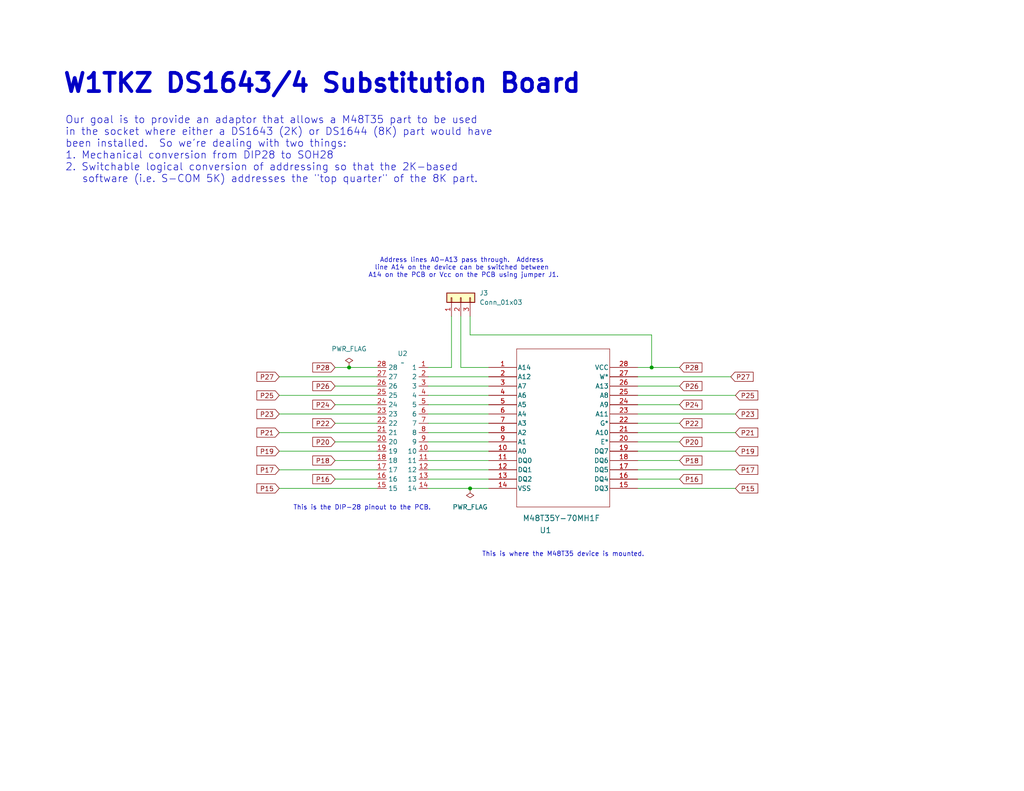
<source format=kicad_sch>
(kicad_sch
	(version 20231120)
	(generator "eeschema")
	(generator_version "8.0")
	(uuid "ef5c9909-f77f-4dda-a7c3-0da817239436")
	(paper "USLetter")
	(title_block
		(title "DS1643/4 to M48T35 Adaptor Board")
		(date "2024-04-13")
		(rev "1")
		(company "Wellesley Amateur Radio Society W1TKZ")
		(comment 1 "Copyright (c) 2024 - NOT FOR COMMERCIAL USE")
		(comment 2 "Contact Bruce MacKinnon KC1FSZ and Dan Brown W1DAN")
	)
	(lib_symbols
		(symbol "Connector_Generic:Conn_01x03"
			(pin_names
				(offset 1.016) hide)
			(exclude_from_sim no)
			(in_bom yes)
			(on_board yes)
			(property "Reference" "J"
				(at 0 5.08 0)
				(effects
					(font
						(size 1.27 1.27)
					)
				)
			)
			(property "Value" "Conn_01x03"
				(at 0 -5.08 0)
				(effects
					(font
						(size 1.27 1.27)
					)
				)
			)
			(property "Footprint" ""
				(at 0 0 0)
				(effects
					(font
						(size 1.27 1.27)
					)
					(hide yes)
				)
			)
			(property "Datasheet" "~"
				(at 0 0 0)
				(effects
					(font
						(size 1.27 1.27)
					)
					(hide yes)
				)
			)
			(property "Description" "Generic connector, single row, 01x03, script generated (kicad-library-utils/schlib/autogen/connector/)"
				(at 0 0 0)
				(effects
					(font
						(size 1.27 1.27)
					)
					(hide yes)
				)
			)
			(property "ki_keywords" "connector"
				(at 0 0 0)
				(effects
					(font
						(size 1.27 1.27)
					)
					(hide yes)
				)
			)
			(property "ki_fp_filters" "Connector*:*_1x??_*"
				(at 0 0 0)
				(effects
					(font
						(size 1.27 1.27)
					)
					(hide yes)
				)
			)
			(symbol "Conn_01x03_1_1"
				(rectangle
					(start -1.27 -2.413)
					(end 0 -2.667)
					(stroke
						(width 0.1524)
						(type default)
					)
					(fill
						(type none)
					)
				)
				(rectangle
					(start -1.27 0.127)
					(end 0 -0.127)
					(stroke
						(width 0.1524)
						(type default)
					)
					(fill
						(type none)
					)
				)
				(rectangle
					(start -1.27 2.667)
					(end 0 2.413)
					(stroke
						(width 0.1524)
						(type default)
					)
					(fill
						(type none)
					)
				)
				(rectangle
					(start -1.27 3.81)
					(end 1.27 -3.81)
					(stroke
						(width 0.254)
						(type default)
					)
					(fill
						(type background)
					)
				)
				(pin passive line
					(at -5.08 2.54 0)
					(length 3.81)
					(name "Pin_1"
						(effects
							(font
								(size 1.27 1.27)
							)
						)
					)
					(number "1"
						(effects
							(font
								(size 1.27 1.27)
							)
						)
					)
				)
				(pin passive line
					(at -5.08 0 0)
					(length 3.81)
					(name "Pin_2"
						(effects
							(font
								(size 1.27 1.27)
							)
						)
					)
					(number "2"
						(effects
							(font
								(size 1.27 1.27)
							)
						)
					)
				)
				(pin passive line
					(at -5.08 -2.54 0)
					(length 3.81)
					(name "Pin_3"
						(effects
							(font
								(size 1.27 1.27)
							)
						)
					)
					(number "3"
						(effects
							(font
								(size 1.27 1.27)
							)
						)
					)
				)
			)
		)
		(symbol "power:PWR_FLAG"
			(power)
			(pin_numbers hide)
			(pin_names
				(offset 0) hide)
			(exclude_from_sim no)
			(in_bom yes)
			(on_board yes)
			(property "Reference" "#FLG"
				(at 0 1.905 0)
				(effects
					(font
						(size 1.27 1.27)
					)
					(hide yes)
				)
			)
			(property "Value" "PWR_FLAG"
				(at 0 3.81 0)
				(effects
					(font
						(size 1.27 1.27)
					)
				)
			)
			(property "Footprint" ""
				(at 0 0 0)
				(effects
					(font
						(size 1.27 1.27)
					)
					(hide yes)
				)
			)
			(property "Datasheet" "~"
				(at 0 0 0)
				(effects
					(font
						(size 1.27 1.27)
					)
					(hide yes)
				)
			)
			(property "Description" "Special symbol for telling ERC where power comes from"
				(at 0 0 0)
				(effects
					(font
						(size 1.27 1.27)
					)
					(hide yes)
				)
			)
			(property "ki_keywords" "flag power"
				(at 0 0 0)
				(effects
					(font
						(size 1.27 1.27)
					)
					(hide yes)
				)
			)
			(symbol "PWR_FLAG_0_0"
				(pin power_out line
					(at 0 0 90)
					(length 0)
					(name "~"
						(effects
							(font
								(size 1.27 1.27)
							)
						)
					)
					(number "1"
						(effects
							(font
								(size 1.27 1.27)
							)
						)
					)
				)
			)
			(symbol "PWR_FLAG_0_1"
				(polyline
					(pts
						(xy 0 0) (xy 0 1.27) (xy -1.016 1.905) (xy 0 2.54) (xy 1.016 1.905) (xy 0 1.27)
					)
					(stroke
						(width 0)
						(type default)
					)
					(fill
						(type none)
					)
				)
			)
		)
		(symbol "symbol-library-1:DIP28-SMD-1"
			(exclude_from_sim no)
			(in_bom yes)
			(on_board yes)
			(property "Reference" "U"
				(at 0 0 0)
				(effects
					(font
						(size 1.27 1.27)
					)
				)
			)
			(property "Value" ""
				(at 0 0 0)
				(effects
					(font
						(size 1.27 1.27)
					)
				)
			)
			(property "Footprint" ""
				(at 0 0 0)
				(effects
					(font
						(size 1.27 1.27)
					)
					(hide yes)
				)
			)
			(property "Datasheet" ""
				(at 0 0 0)
				(effects
					(font
						(size 1.27 1.27)
					)
					(hide yes)
				)
			)
			(property "Description" ""
				(at 0 0 0)
				(effects
					(font
						(size 1.27 1.27)
					)
					(hide yes)
				)
			)
			(symbol "DIP28-SMD-1_1_1"
				(pin bidirectional line
					(at -7.62 6.35 0)
					(length 2.54)
					(name "1"
						(effects
							(font
								(size 1.27 1.27)
							)
						)
					)
					(number "1"
						(effects
							(font
								(size 1.27 1.27)
							)
						)
					)
				)
				(pin bidirectional line
					(at -7.62 -16.51 0)
					(length 2.54)
					(name "10"
						(effects
							(font
								(size 1.27 1.27)
							)
						)
					)
					(number "10"
						(effects
							(font
								(size 1.27 1.27)
							)
						)
					)
				)
				(pin bidirectional line
					(at -7.62 -19.05 0)
					(length 2.54)
					(name "11"
						(effects
							(font
								(size 1.27 1.27)
							)
						)
					)
					(number "11"
						(effects
							(font
								(size 1.27 1.27)
							)
						)
					)
				)
				(pin bidirectional line
					(at -7.62 -21.59 0)
					(length 2.54)
					(name "12"
						(effects
							(font
								(size 1.27 1.27)
							)
						)
					)
					(number "12"
						(effects
							(font
								(size 1.27 1.27)
							)
						)
					)
				)
				(pin bidirectional line
					(at -7.62 -24.13 0)
					(length 2.54)
					(name "13"
						(effects
							(font
								(size 1.27 1.27)
							)
						)
					)
					(number "13"
						(effects
							(font
								(size 1.27 1.27)
							)
						)
					)
				)
				(pin bidirectional line
					(at -7.62 -26.67 0)
					(length 2.54)
					(name "14"
						(effects
							(font
								(size 1.27 1.27)
							)
						)
					)
					(number "14"
						(effects
							(font
								(size 1.27 1.27)
							)
						)
					)
				)
				(pin bidirectional line
					(at 6.35 -26.67 180)
					(length 2.54)
					(name "15"
						(effects
							(font
								(size 1.27 1.27)
							)
						)
					)
					(number "15"
						(effects
							(font
								(size 1.27 1.27)
							)
						)
					)
				)
				(pin bidirectional line
					(at 6.35 -24.13 180)
					(length 2.54)
					(name "16"
						(effects
							(font
								(size 1.27 1.27)
							)
						)
					)
					(number "16"
						(effects
							(font
								(size 1.27 1.27)
							)
						)
					)
				)
				(pin bidirectional line
					(at 6.35 -21.59 180)
					(length 2.54)
					(name "17"
						(effects
							(font
								(size 1.27 1.27)
							)
						)
					)
					(number "17"
						(effects
							(font
								(size 1.27 1.27)
							)
						)
					)
				)
				(pin bidirectional line
					(at 6.35 -19.05 180)
					(length 2.54)
					(name "18"
						(effects
							(font
								(size 1.27 1.27)
							)
						)
					)
					(number "18"
						(effects
							(font
								(size 1.27 1.27)
							)
						)
					)
				)
				(pin bidirectional line
					(at 6.35 -16.51 180)
					(length 2.54)
					(name "19"
						(effects
							(font
								(size 1.27 1.27)
							)
						)
					)
					(number "19"
						(effects
							(font
								(size 1.27 1.27)
							)
						)
					)
				)
				(pin bidirectional line
					(at -7.62 3.81 0)
					(length 2.54)
					(name "2"
						(effects
							(font
								(size 1.27 1.27)
							)
						)
					)
					(number "2"
						(effects
							(font
								(size 1.27 1.27)
							)
						)
					)
				)
				(pin bidirectional line
					(at 6.35 -13.97 180)
					(length 2.54)
					(name "20"
						(effects
							(font
								(size 1.27 1.27)
							)
						)
					)
					(number "20"
						(effects
							(font
								(size 1.27 1.27)
							)
						)
					)
				)
				(pin bidirectional line
					(at 6.35 -11.43 180)
					(length 2.54)
					(name "21"
						(effects
							(font
								(size 1.27 1.27)
							)
						)
					)
					(number "21"
						(effects
							(font
								(size 1.27 1.27)
							)
						)
					)
				)
				(pin bidirectional line
					(at 6.35 -8.89 180)
					(length 2.54)
					(name "22"
						(effects
							(font
								(size 1.27 1.27)
							)
						)
					)
					(number "22"
						(effects
							(font
								(size 1.27 1.27)
							)
						)
					)
				)
				(pin bidirectional line
					(at 6.35 -6.35 180)
					(length 2.54)
					(name "23"
						(effects
							(font
								(size 1.27 1.27)
							)
						)
					)
					(number "23"
						(effects
							(font
								(size 1.27 1.27)
							)
						)
					)
				)
				(pin bidirectional line
					(at 6.35 -3.81 180)
					(length 2.54)
					(name "24"
						(effects
							(font
								(size 1.27 1.27)
							)
						)
					)
					(number "24"
						(effects
							(font
								(size 1.27 1.27)
							)
						)
					)
				)
				(pin bidirectional line
					(at 6.35 -1.27 180)
					(length 2.54)
					(name "25"
						(effects
							(font
								(size 1.27 1.27)
							)
						)
					)
					(number "25"
						(effects
							(font
								(size 1.27 1.27)
							)
						)
					)
				)
				(pin bidirectional line
					(at 6.35 1.27 180)
					(length 2.54)
					(name "26"
						(effects
							(font
								(size 1.27 1.27)
							)
						)
					)
					(number "26"
						(effects
							(font
								(size 1.27 1.27)
							)
						)
					)
				)
				(pin bidirectional line
					(at 6.35 3.81 180)
					(length 2.54)
					(name "27"
						(effects
							(font
								(size 1.27 1.27)
							)
						)
					)
					(number "27"
						(effects
							(font
								(size 1.27 1.27)
							)
						)
					)
				)
				(pin bidirectional line
					(at 6.35 6.35 180)
					(length 2.54)
					(name "28"
						(effects
							(font
								(size 1.27 1.27)
							)
						)
					)
					(number "28"
						(effects
							(font
								(size 1.27 1.27)
							)
						)
					)
				)
				(pin bidirectional line
					(at -7.62 1.27 0)
					(length 2.54)
					(name "3"
						(effects
							(font
								(size 1.27 1.27)
							)
						)
					)
					(number "3"
						(effects
							(font
								(size 1.27 1.27)
							)
						)
					)
				)
				(pin bidirectional line
					(at -7.62 -1.27 0)
					(length 2.54)
					(name "4"
						(effects
							(font
								(size 1.27 1.27)
							)
						)
					)
					(number "4"
						(effects
							(font
								(size 1.27 1.27)
							)
						)
					)
				)
				(pin bidirectional line
					(at -7.62 -3.81 0)
					(length 2.54)
					(name "5"
						(effects
							(font
								(size 1.27 1.27)
							)
						)
					)
					(number "5"
						(effects
							(font
								(size 1.27 1.27)
							)
						)
					)
				)
				(pin bidirectional line
					(at -7.62 -6.35 0)
					(length 2.54)
					(name "6"
						(effects
							(font
								(size 1.27 1.27)
							)
						)
					)
					(number "6"
						(effects
							(font
								(size 1.27 1.27)
							)
						)
					)
				)
				(pin bidirectional line
					(at -7.62 -8.89 0)
					(length 2.54)
					(name "7"
						(effects
							(font
								(size 1.27 1.27)
							)
						)
					)
					(number "7"
						(effects
							(font
								(size 1.27 1.27)
							)
						)
					)
				)
				(pin bidirectional line
					(at -7.62 -11.43 0)
					(length 2.54)
					(name "8"
						(effects
							(font
								(size 1.27 1.27)
							)
						)
					)
					(number "8"
						(effects
							(font
								(size 1.27 1.27)
							)
						)
					)
				)
				(pin bidirectional line
					(at -7.62 -13.97 0)
					(length 2.54)
					(name "9"
						(effects
							(font
								(size 1.27 1.27)
							)
						)
					)
					(number "9"
						(effects
							(font
								(size 1.27 1.27)
							)
						)
					)
				)
			)
		)
		(symbol "symbol-library-1:M48T35Y-70MH1F"
			(pin_names
				(offset 0.254)
			)
			(exclude_from_sim no)
			(in_bom yes)
			(on_board yes)
			(property "Reference" "U"
				(at 20.32 10.16 0)
				(effects
					(font
						(size 1.524 1.524)
					)
				)
			)
			(property "Value" "M48T35Y-70MH1F"
				(at 20.32 7.62 0)
				(effects
					(font
						(size 1.524 1.524)
					)
				)
			)
			(property "Footprint" "SOH28_STM"
				(at -5.842 5.588 0)
				(effects
					(font
						(size 1.27 1.27)
						(italic yes)
					)
					(hide yes)
				)
			)
			(property "Datasheet" "M48T35Y-70MH1F"
				(at -2.286 8.128 0)
				(effects
					(font
						(size 1.27 1.27)
						(italic yes)
					)
					(hide yes)
				)
			)
			(property "Description" ""
				(at 0 0 0)
				(effects
					(font
						(size 1.27 1.27)
					)
					(hide yes)
				)
			)
			(property "ki_locked" ""
				(at 0 0 0)
				(effects
					(font
						(size 1.27 1.27)
					)
				)
			)
			(property "ki_keywords" "M48T35Y-70MH1F"
				(at 0 0 0)
				(effects
					(font
						(size 1.27 1.27)
					)
					(hide yes)
				)
			)
			(property "ki_fp_filters" "SOH28_STM SOH28_STM-M SOH28_STM-L"
				(at 0 0 0)
				(effects
					(font
						(size 1.27 1.27)
					)
					(hide yes)
				)
			)
			(symbol "M48T35Y-70MH1F_0_1"
				(polyline
					(pts
						(xy 7.62 -38.1) (xy 33.02 -38.1)
					)
					(stroke
						(width 0.127)
						(type default)
					)
					(fill
						(type none)
					)
				)
				(polyline
					(pts
						(xy 7.62 5.08) (xy 7.62 -38.1)
					)
					(stroke
						(width 0.127)
						(type default)
					)
					(fill
						(type none)
					)
				)
				(polyline
					(pts
						(xy 33.02 -38.1) (xy 33.02 5.08)
					)
					(stroke
						(width 0.127)
						(type default)
					)
					(fill
						(type none)
					)
				)
				(polyline
					(pts
						(xy 33.02 5.08) (xy 7.62 5.08)
					)
					(stroke
						(width 0.127)
						(type default)
					)
					(fill
						(type none)
					)
				)
				(pin input line
					(at 0 0 0)
					(length 7.62)
					(name "A14"
						(effects
							(font
								(size 1.27 1.27)
							)
						)
					)
					(number "1"
						(effects
							(font
								(size 1.27 1.27)
							)
						)
					)
				)
				(pin input line
					(at 0 -22.86 0)
					(length 7.62)
					(name "A0"
						(effects
							(font
								(size 1.27 1.27)
							)
						)
					)
					(number "10"
						(effects
							(font
								(size 1.27 1.27)
							)
						)
					)
				)
				(pin bidirectional line
					(at 0 -25.4 0)
					(length 7.62)
					(name "DQ0"
						(effects
							(font
								(size 1.27 1.27)
							)
						)
					)
					(number "11"
						(effects
							(font
								(size 1.27 1.27)
							)
						)
					)
				)
				(pin bidirectional line
					(at 0 -27.94 0)
					(length 7.62)
					(name "DQ1"
						(effects
							(font
								(size 1.27 1.27)
							)
						)
					)
					(number "12"
						(effects
							(font
								(size 1.27 1.27)
							)
						)
					)
				)
				(pin bidirectional line
					(at 0 -30.48 0)
					(length 7.62)
					(name "DQ2"
						(effects
							(font
								(size 1.27 1.27)
							)
						)
					)
					(number "13"
						(effects
							(font
								(size 1.27 1.27)
							)
						)
					)
				)
				(pin power_in line
					(at 0 -33.02 0)
					(length 7.62)
					(name "VSS"
						(effects
							(font
								(size 1.27 1.27)
							)
						)
					)
					(number "14"
						(effects
							(font
								(size 1.27 1.27)
							)
						)
					)
				)
				(pin bidirectional line
					(at 40.64 -33.02 180)
					(length 7.62)
					(name "DQ3"
						(effects
							(font
								(size 1.27 1.27)
							)
						)
					)
					(number "15"
						(effects
							(font
								(size 1.27 1.27)
							)
						)
					)
				)
				(pin bidirectional line
					(at 40.64 -30.48 180)
					(length 7.62)
					(name "DQ4"
						(effects
							(font
								(size 1.27 1.27)
							)
						)
					)
					(number "16"
						(effects
							(font
								(size 1.27 1.27)
							)
						)
					)
				)
				(pin bidirectional line
					(at 40.64 -27.94 180)
					(length 7.62)
					(name "DQ5"
						(effects
							(font
								(size 1.27 1.27)
							)
						)
					)
					(number "17"
						(effects
							(font
								(size 1.27 1.27)
							)
						)
					)
				)
				(pin bidirectional line
					(at 40.64 -25.4 180)
					(length 7.62)
					(name "DQ6"
						(effects
							(font
								(size 1.27 1.27)
							)
						)
					)
					(number "18"
						(effects
							(font
								(size 1.27 1.27)
							)
						)
					)
				)
				(pin bidirectional line
					(at 40.64 -22.86 180)
					(length 7.62)
					(name "DQ7"
						(effects
							(font
								(size 1.27 1.27)
							)
						)
					)
					(number "19"
						(effects
							(font
								(size 1.27 1.27)
							)
						)
					)
				)
				(pin input line
					(at 0 -2.54 0)
					(length 7.62)
					(name "A12"
						(effects
							(font
								(size 1.27 1.27)
							)
						)
					)
					(number "2"
						(effects
							(font
								(size 1.27 1.27)
							)
						)
					)
				)
				(pin unspecified line
					(at 40.64 -20.32 180)
					(length 7.62)
					(name "E*"
						(effects
							(font
								(size 1.27 1.27)
							)
						)
					)
					(number "20"
						(effects
							(font
								(size 1.27 1.27)
							)
						)
					)
				)
				(pin input line
					(at 40.64 -17.78 180)
					(length 7.62)
					(name "A10"
						(effects
							(font
								(size 1.27 1.27)
							)
						)
					)
					(number "21"
						(effects
							(font
								(size 1.27 1.27)
							)
						)
					)
				)
				(pin output line
					(at 40.64 -15.24 180)
					(length 7.62)
					(name "G*"
						(effects
							(font
								(size 1.27 1.27)
							)
						)
					)
					(number "22"
						(effects
							(font
								(size 1.27 1.27)
							)
						)
					)
				)
				(pin input line
					(at 40.64 -12.7 180)
					(length 7.62)
					(name "A11"
						(effects
							(font
								(size 1.27 1.27)
							)
						)
					)
					(number "23"
						(effects
							(font
								(size 1.27 1.27)
							)
						)
					)
				)
				(pin input line
					(at 40.64 -10.16 180)
					(length 7.62)
					(name "A9"
						(effects
							(font
								(size 1.27 1.27)
							)
						)
					)
					(number "24"
						(effects
							(font
								(size 1.27 1.27)
							)
						)
					)
				)
				(pin input line
					(at 40.64 -7.62 180)
					(length 7.62)
					(name "A8"
						(effects
							(font
								(size 1.27 1.27)
							)
						)
					)
					(number "25"
						(effects
							(font
								(size 1.27 1.27)
							)
						)
					)
				)
				(pin input line
					(at 40.64 -5.08 180)
					(length 7.62)
					(name "A13"
						(effects
							(font
								(size 1.27 1.27)
							)
						)
					)
					(number "26"
						(effects
							(font
								(size 1.27 1.27)
							)
						)
					)
				)
				(pin unspecified line
					(at 40.64 -2.54 180)
					(length 7.62)
					(name "W*"
						(effects
							(font
								(size 1.27 1.27)
							)
						)
					)
					(number "27"
						(effects
							(font
								(size 1.27 1.27)
							)
						)
					)
				)
				(pin power_in line
					(at 40.64 0 180)
					(length 7.62)
					(name "VCC"
						(effects
							(font
								(size 1.27 1.27)
							)
						)
					)
					(number "28"
						(effects
							(font
								(size 1.27 1.27)
							)
						)
					)
				)
				(pin input line
					(at 0 -5.08 0)
					(length 7.62)
					(name "A7"
						(effects
							(font
								(size 1.27 1.27)
							)
						)
					)
					(number "3"
						(effects
							(font
								(size 1.27 1.27)
							)
						)
					)
				)
				(pin input line
					(at 0 -7.62 0)
					(length 7.62)
					(name "A6"
						(effects
							(font
								(size 1.27 1.27)
							)
						)
					)
					(number "4"
						(effects
							(font
								(size 1.27 1.27)
							)
						)
					)
				)
				(pin input line
					(at 0 -10.16 0)
					(length 7.62)
					(name "A5"
						(effects
							(font
								(size 1.27 1.27)
							)
						)
					)
					(number "5"
						(effects
							(font
								(size 1.27 1.27)
							)
						)
					)
				)
				(pin input line
					(at 0 -12.7 0)
					(length 7.62)
					(name "A4"
						(effects
							(font
								(size 1.27 1.27)
							)
						)
					)
					(number "6"
						(effects
							(font
								(size 1.27 1.27)
							)
						)
					)
				)
				(pin input line
					(at 0 -15.24 0)
					(length 7.62)
					(name "A3"
						(effects
							(font
								(size 1.27 1.27)
							)
						)
					)
					(number "7"
						(effects
							(font
								(size 1.27 1.27)
							)
						)
					)
				)
				(pin input line
					(at 0 -17.78 0)
					(length 7.62)
					(name "A2"
						(effects
							(font
								(size 1.27 1.27)
							)
						)
					)
					(number "8"
						(effects
							(font
								(size 1.27 1.27)
							)
						)
					)
				)
				(pin input line
					(at 0 -20.32 0)
					(length 7.62)
					(name "A1"
						(effects
							(font
								(size 1.27 1.27)
							)
						)
					)
					(number "9"
						(effects
							(font
								(size 1.27 1.27)
							)
						)
					)
				)
			)
		)
	)
	(junction
		(at 128.27 133.35)
		(diameter 0)
		(color 0 0 0 0)
		(uuid "4ccf57eb-99af-4ada-843a-e490d698be92")
	)
	(junction
		(at 95.25 100.33)
		(diameter 0)
		(color 0 0 0 0)
		(uuid "d046d5f3-7edd-4e81-b31d-f6e8bc31ef2f")
	)
	(junction
		(at 177.8 100.33)
		(diameter 0)
		(color 0 0 0 0)
		(uuid "ebde142f-3c8f-4540-80d0-be323a25993f")
	)
	(wire
		(pts
			(xy 173.99 133.35) (xy 200.66 133.35)
		)
		(stroke
			(width 0)
			(type default)
		)
		(uuid "100c7240-ce2a-4de6-b3c0-4b5592f803c0")
	)
	(wire
		(pts
			(xy 116.84 100.33) (xy 123.19 100.33)
		)
		(stroke
			(width 0)
			(type default)
		)
		(uuid "1040a2e8-3393-41e0-9ddb-b21043785c0f")
	)
	(wire
		(pts
			(xy 76.2 118.11) (xy 102.87 118.11)
		)
		(stroke
			(width 0)
			(type default)
		)
		(uuid "15a44d5d-fb13-4eb4-936c-7da952e34290")
	)
	(wire
		(pts
			(xy 76.2 128.27) (xy 102.87 128.27)
		)
		(stroke
			(width 0)
			(type default)
		)
		(uuid "1c134a9e-dc49-454c-a20c-3242256a43f8")
	)
	(wire
		(pts
			(xy 95.25 100.33) (xy 102.87 100.33)
		)
		(stroke
			(width 0)
			(type default)
		)
		(uuid "1ee7271d-adbb-433c-bbcc-566d7719da80")
	)
	(wire
		(pts
			(xy 173.99 107.95) (xy 200.66 107.95)
		)
		(stroke
			(width 0)
			(type default)
		)
		(uuid "22823df0-7f35-4a47-b425-da247f2e5093")
	)
	(wire
		(pts
			(xy 116.84 102.87) (xy 133.35 102.87)
		)
		(stroke
			(width 0)
			(type default)
		)
		(uuid "2d88f34c-f12b-458e-b8d6-1ac6cd72f641")
	)
	(wire
		(pts
			(xy 177.8 100.33) (xy 185.42 100.33)
		)
		(stroke
			(width 0)
			(type default)
		)
		(uuid "31c14bd9-b182-4571-9fc2-09ccee9fc8f8")
	)
	(wire
		(pts
			(xy 91.44 110.49) (xy 102.87 110.49)
		)
		(stroke
			(width 0)
			(type default)
		)
		(uuid "333803ff-1dfb-4c9f-b0a7-93da8a332f49")
	)
	(wire
		(pts
			(xy 116.84 118.11) (xy 133.35 118.11)
		)
		(stroke
			(width 0)
			(type default)
		)
		(uuid "37d02ded-cd78-4da0-96d6-3add1f6f8f6e")
	)
	(wire
		(pts
			(xy 128.27 91.44) (xy 177.8 91.44)
		)
		(stroke
			(width 0)
			(type default)
		)
		(uuid "3d960ef9-d51f-4f6f-9916-872d2de16a65")
	)
	(wire
		(pts
			(xy 76.2 102.87) (xy 102.87 102.87)
		)
		(stroke
			(width 0)
			(type default)
		)
		(uuid "44a5d2b9-3308-43b0-beb2-70f01353d39f")
	)
	(wire
		(pts
			(xy 91.44 125.73) (xy 102.87 125.73)
		)
		(stroke
			(width 0)
			(type default)
		)
		(uuid "466978d4-4e10-4432-97b0-2ac074b91457")
	)
	(wire
		(pts
			(xy 91.44 100.33) (xy 95.25 100.33)
		)
		(stroke
			(width 0)
			(type default)
		)
		(uuid "47babeb6-76b2-4c2a-9ec6-36943ee80c97")
	)
	(wire
		(pts
			(xy 116.84 120.65) (xy 133.35 120.65)
		)
		(stroke
			(width 0)
			(type default)
		)
		(uuid "4c461c63-e5c3-4c16-8591-ffd74eca911b")
	)
	(wire
		(pts
			(xy 91.44 105.41) (xy 102.87 105.41)
		)
		(stroke
			(width 0)
			(type default)
		)
		(uuid "52ba1c62-cbfc-460c-b4db-e82a4fb02e93")
	)
	(wire
		(pts
			(xy 91.44 130.81) (xy 102.87 130.81)
		)
		(stroke
			(width 0)
			(type default)
		)
		(uuid "55a53ad9-c6f1-4103-91d0-e423e8ea52e0")
	)
	(wire
		(pts
			(xy 76.2 133.35) (xy 102.87 133.35)
		)
		(stroke
			(width 0)
			(type default)
		)
		(uuid "5600f720-9304-4478-9203-fbb6301ca36c")
	)
	(wire
		(pts
			(xy 173.99 120.65) (xy 185.42 120.65)
		)
		(stroke
			(width 0)
			(type default)
		)
		(uuid "5b0cdf83-ef14-4094-a4b8-ec84b9fcca8f")
	)
	(wire
		(pts
			(xy 128.27 86.36) (xy 128.27 91.44)
		)
		(stroke
			(width 0)
			(type default)
		)
		(uuid "5df70827-51b9-4e71-bb23-dac7a37870c7")
	)
	(wire
		(pts
			(xy 173.99 105.41) (xy 185.42 105.41)
		)
		(stroke
			(width 0)
			(type default)
		)
		(uuid "65085578-9ede-4c52-b010-67e8a5203f34")
	)
	(wire
		(pts
			(xy 91.44 120.65) (xy 102.87 120.65)
		)
		(stroke
			(width 0)
			(type default)
		)
		(uuid "668af565-7b6c-47d2-a6e8-381c64c8caa9")
	)
	(wire
		(pts
			(xy 116.84 130.81) (xy 133.35 130.81)
		)
		(stroke
			(width 0)
			(type default)
		)
		(uuid "688d6b1c-cb36-45eb-9aa5-248364b7d06b")
	)
	(wire
		(pts
			(xy 173.99 118.11) (xy 200.66 118.11)
		)
		(stroke
			(width 0)
			(type default)
		)
		(uuid "71eb4066-8c08-48d6-ad91-c8908fedb46d")
	)
	(wire
		(pts
			(xy 116.84 125.73) (xy 133.35 125.73)
		)
		(stroke
			(width 0)
			(type default)
		)
		(uuid "735744da-efda-497c-8ce2-8caf2eda9cf9")
	)
	(wire
		(pts
			(xy 173.99 123.19) (xy 200.66 123.19)
		)
		(stroke
			(width 0)
			(type default)
		)
		(uuid "856122a0-3199-4da4-a61a-70cc24e39788")
	)
	(wire
		(pts
			(xy 116.84 115.57) (xy 133.35 115.57)
		)
		(stroke
			(width 0)
			(type default)
		)
		(uuid "882ee5b4-ac43-42ed-86a6-2efeb87426ca")
	)
	(wire
		(pts
			(xy 123.19 100.33) (xy 123.19 86.36)
		)
		(stroke
			(width 0)
			(type default)
		)
		(uuid "8a084635-f816-44f9-a02e-7db5b4081fd4")
	)
	(wire
		(pts
			(xy 116.84 128.27) (xy 133.35 128.27)
		)
		(stroke
			(width 0)
			(type default)
		)
		(uuid "9264bace-f53a-413f-b1dc-6fdbe6a2ca14")
	)
	(wire
		(pts
			(xy 173.99 130.81) (xy 185.42 130.81)
		)
		(stroke
			(width 0)
			(type default)
		)
		(uuid "95712d6e-ab89-4ca8-9e40-e9716d69d0c1")
	)
	(wire
		(pts
			(xy 125.73 86.36) (xy 125.73 100.33)
		)
		(stroke
			(width 0)
			(type default)
		)
		(uuid "989126eb-451e-45dd-b53b-9573e9267a27")
	)
	(wire
		(pts
			(xy 76.2 123.19) (xy 102.87 123.19)
		)
		(stroke
			(width 0)
			(type default)
		)
		(uuid "9c29bc98-700c-492c-b9ce-8899c132ea8b")
	)
	(wire
		(pts
			(xy 173.99 128.27) (xy 200.66 128.27)
		)
		(stroke
			(width 0)
			(type default)
		)
		(uuid "a12e4c77-976d-4c6e-ba80-df6ff012c7d6")
	)
	(wire
		(pts
			(xy 116.84 133.35) (xy 128.27 133.35)
		)
		(stroke
			(width 0)
			(type default)
		)
		(uuid "c1c48a1a-7e48-4351-a54f-117ef0c20584")
	)
	(wire
		(pts
			(xy 173.99 100.33) (xy 177.8 100.33)
		)
		(stroke
			(width 0)
			(type default)
		)
		(uuid "c7eff5c4-39fb-4a64-91ac-3e95d9dd9ed1")
	)
	(wire
		(pts
			(xy 128.27 133.35) (xy 133.35 133.35)
		)
		(stroke
			(width 0)
			(type default)
		)
		(uuid "ca0bc62b-45af-4e2f-8d0c-b5e20142a57e")
	)
	(wire
		(pts
			(xy 76.2 113.03) (xy 102.87 113.03)
		)
		(stroke
			(width 0)
			(type default)
		)
		(uuid "cee299ac-2991-4f05-8cde-620d5d3dddff")
	)
	(wire
		(pts
			(xy 173.99 113.03) (xy 200.66 113.03)
		)
		(stroke
			(width 0)
			(type default)
		)
		(uuid "d5186db5-6138-4bf9-912a-3b28adcbb836")
	)
	(wire
		(pts
			(xy 173.99 115.57) (xy 185.42 115.57)
		)
		(stroke
			(width 0)
			(type default)
		)
		(uuid "d7a50e40-38d3-479c-9a74-4e81fa49be08")
	)
	(wire
		(pts
			(xy 125.73 100.33) (xy 133.35 100.33)
		)
		(stroke
			(width 0)
			(type default)
		)
		(uuid "d9fb7221-4340-4505-8c86-b0caba6710af")
	)
	(wire
		(pts
			(xy 76.2 107.95) (xy 102.87 107.95)
		)
		(stroke
			(width 0)
			(type default)
		)
		(uuid "dcc6ba89-ed29-4004-98ce-71e787ad4887")
	)
	(wire
		(pts
			(xy 91.44 115.57) (xy 102.87 115.57)
		)
		(stroke
			(width 0)
			(type default)
		)
		(uuid "de7f263f-0cdd-41f2-8b18-1527afbd672d")
	)
	(wire
		(pts
			(xy 116.84 110.49) (xy 133.35 110.49)
		)
		(stroke
			(width 0)
			(type default)
		)
		(uuid "dfeca82f-4b6e-4cc7-befb-2403c9f33064")
	)
	(wire
		(pts
			(xy 173.99 102.87) (xy 199.39 102.87)
		)
		(stroke
			(width 0)
			(type default)
		)
		(uuid "e2811e8a-b6c4-4908-879b-c98ced051f8b")
	)
	(wire
		(pts
			(xy 116.84 105.41) (xy 133.35 105.41)
		)
		(stroke
			(width 0)
			(type default)
		)
		(uuid "e3132bbf-5eda-493f-91b6-d0cdd15823d5")
	)
	(wire
		(pts
			(xy 173.99 125.73) (xy 185.42 125.73)
		)
		(stroke
			(width 0)
			(type default)
		)
		(uuid "e4cc07d6-a83e-48c3-b9c9-bd6f53a6fec3")
	)
	(wire
		(pts
			(xy 173.99 110.49) (xy 185.42 110.49)
		)
		(stroke
			(width 0)
			(type default)
		)
		(uuid "e58afbf2-d65f-4b53-a2aa-10658b64c719")
	)
	(wire
		(pts
			(xy 116.84 113.03) (xy 133.35 113.03)
		)
		(stroke
			(width 0)
			(type default)
		)
		(uuid "ee1d2774-acba-449f-a9db-24e9b79e2097")
	)
	(wire
		(pts
			(xy 116.84 107.95) (xy 133.35 107.95)
		)
		(stroke
			(width 0)
			(type default)
		)
		(uuid "ef226b3d-a7d0-4927-a82a-210ca332fcda")
	)
	(wire
		(pts
			(xy 177.8 91.44) (xy 177.8 100.33)
		)
		(stroke
			(width 0)
			(type default)
		)
		(uuid "f246f997-99f9-40e7-a874-a01033c34f23")
	)
	(wire
		(pts
			(xy 116.84 123.19) (xy 133.35 123.19)
		)
		(stroke
			(width 0)
			(type default)
		)
		(uuid "ffea0477-3055-4861-ba72-92c192e2fd0d")
	)
	(text "W1TKZ DS1643/4 Substitution Board"
		(exclude_from_sim no)
		(at 87.884 22.86 0)
		(effects
			(font
				(size 5 5)
				(thickness 1)
				(bold yes)
			)
		)
		(uuid "7765b26b-9054-4734-99f0-28b1368ff884")
	)
	(text "Our goal is to provide an adaptor that allows a M48T35 part to be used\nin the socket where either a DS1643 (2K) or DS1644 (8K) part would have\nbeen installed.  So we're dealing with two things:\n1. Mechanical conversion from DIP28 to SOH28\n2. Switchable logical conversion of addressing so that the 2K-based \n   software (i.e. S-COM 5K) addresses the \"top quarter\" of the 8K part."
		(exclude_from_sim no)
		(at 17.78 40.894 0)
		(effects
			(font
				(size 2 2)
			)
			(justify left)
		)
		(uuid "7798bd41-db3a-46da-9b1b-3b2cbe115003")
	)
	(text "This is where the M48T35 device is mounted."
		(exclude_from_sim no)
		(at 153.67 151.384 0)
		(effects
			(font
				(size 1.27 1.27)
			)
		)
		(uuid "b2edc09f-5786-48bf-a3bf-28f6e46c3dca")
	)
	(text "Address lines A0-A13 pass through.  Address \nline A14 on the device can be switched between \nA14 on the PCB or Vcc on the PCB using jumper J1."
		(exclude_from_sim no)
		(at 126.492 73.152 0)
		(effects
			(font
				(size 1.27 1.27)
			)
		)
		(uuid "c74409d5-c34c-4548-9698-287c82eee792")
	)
	(text "This is the DIP-28 pinout to the PCB."
		(exclude_from_sim no)
		(at 98.806 138.684 0)
		(effects
			(font
				(size 1.27 1.27)
			)
		)
		(uuid "ed38e45c-c6ae-407c-b256-0c2824027577")
	)
	(global_label "P23"
		(shape input)
		(at 76.2 113.03 180)
		(fields_autoplaced yes)
		(effects
			(font
				(size 1.27 1.27)
			)
			(justify right)
		)
		(uuid "1244681d-a22c-43cc-b846-8257998c29b7")
		(property "Intersheetrefs" "${INTERSHEET_REFS}"
			(at 69.5258 113.03 0)
			(effects
				(font
					(size 1.27 1.27)
				)
				(justify right)
				(hide yes)
			)
		)
	)
	(global_label "P21"
		(shape input)
		(at 76.2 118.11 180)
		(fields_autoplaced yes)
		(effects
			(font
				(size 1.27 1.27)
			)
			(justify right)
		)
		(uuid "175f523e-ad1e-46ec-90e9-b84fc1cc3528")
		(property "Intersheetrefs" "${INTERSHEET_REFS}"
			(at 69.5258 118.11 0)
			(effects
				(font
					(size 1.27 1.27)
				)
				(justify right)
				(hide yes)
			)
		)
	)
	(global_label "P24"
		(shape input)
		(at 91.44 110.49 180)
		(fields_autoplaced yes)
		(effects
			(font
				(size 1.27 1.27)
			)
			(justify right)
		)
		(uuid "21728d84-4d64-435f-9dd9-f6d359a07002")
		(property "Intersheetrefs" "${INTERSHEET_REFS}"
			(at 84.7658 110.49 0)
			(effects
				(font
					(size 1.27 1.27)
				)
				(justify right)
				(hide yes)
			)
		)
	)
	(global_label "P21"
		(shape input)
		(at 200.66 118.11 0)
		(fields_autoplaced yes)
		(effects
			(font
				(size 1.27 1.27)
			)
			(justify left)
		)
		(uuid "260ad82a-b96f-4282-8d9f-c2d545851d6c")
		(property "Intersheetrefs" "${INTERSHEET_REFS}"
			(at 207.3342 118.11 0)
			(effects
				(font
					(size 1.27 1.27)
				)
				(justify left)
				(hide yes)
			)
		)
	)
	(global_label "P15"
		(shape input)
		(at 76.2 133.35 180)
		(fields_autoplaced yes)
		(effects
			(font
				(size 1.27 1.27)
			)
			(justify right)
		)
		(uuid "28458ec1-fca3-47c5-b321-f0238668ee08")
		(property "Intersheetrefs" "${INTERSHEET_REFS}"
			(at 69.5258 133.35 0)
			(effects
				(font
					(size 1.27 1.27)
				)
				(justify right)
				(hide yes)
			)
		)
	)
	(global_label "P26"
		(shape input)
		(at 91.44 105.41 180)
		(fields_autoplaced yes)
		(effects
			(font
				(size 1.27 1.27)
			)
			(justify right)
		)
		(uuid "2febfb1e-34e5-43bc-bd78-2993e1c5a7eb")
		(property "Intersheetrefs" "${INTERSHEET_REFS}"
			(at 84.7658 105.41 0)
			(effects
				(font
					(size 1.27 1.27)
				)
				(justify right)
				(hide yes)
			)
		)
	)
	(global_label "P15"
		(shape input)
		(at 200.66 133.35 0)
		(fields_autoplaced yes)
		(effects
			(font
				(size 1.27 1.27)
			)
			(justify left)
		)
		(uuid "38cc8c18-fc9f-49c3-a6d6-1c392de8afab")
		(property "Intersheetrefs" "${INTERSHEET_REFS}"
			(at 207.3342 133.35 0)
			(effects
				(font
					(size 1.27 1.27)
				)
				(justify left)
				(hide yes)
			)
		)
	)
	(global_label "P16"
		(shape input)
		(at 185.42 130.81 0)
		(fields_autoplaced yes)
		(effects
			(font
				(size 1.27 1.27)
			)
			(justify left)
		)
		(uuid "3c396bb8-78d4-4e39-bedf-3090686faa23")
		(property "Intersheetrefs" "${INTERSHEET_REFS}"
			(at 192.0942 130.81 0)
			(effects
				(font
					(size 1.27 1.27)
				)
				(justify left)
				(hide yes)
			)
		)
	)
	(global_label "P17"
		(shape input)
		(at 76.2 128.27 180)
		(fields_autoplaced yes)
		(effects
			(font
				(size 1.27 1.27)
			)
			(justify right)
		)
		(uuid "40a24ea7-6ba6-4849-9f26-d567624baacf")
		(property "Intersheetrefs" "${INTERSHEET_REFS}"
			(at 69.5258 128.27 0)
			(effects
				(font
					(size 1.27 1.27)
				)
				(justify right)
				(hide yes)
			)
		)
	)
	(global_label "P25"
		(shape input)
		(at 76.2 107.95 180)
		(fields_autoplaced yes)
		(effects
			(font
				(size 1.27 1.27)
			)
			(justify right)
		)
		(uuid "42a3f0f9-f619-4079-b71a-3fff4d200687")
		(property "Intersheetrefs" "${INTERSHEET_REFS}"
			(at 69.5258 107.95 0)
			(effects
				(font
					(size 1.27 1.27)
				)
				(justify right)
				(hide yes)
			)
		)
	)
	(global_label "P27"
		(shape input)
		(at 76.2 102.87 180)
		(fields_autoplaced yes)
		(effects
			(font
				(size 1.27 1.27)
			)
			(justify right)
		)
		(uuid "4a470b4a-6564-48d1-91bb-654f704fc3a1")
		(property "Intersheetrefs" "${INTERSHEET_REFS}"
			(at 69.5258 102.87 0)
			(effects
				(font
					(size 1.27 1.27)
				)
				(justify right)
				(hide yes)
			)
		)
	)
	(global_label "P18"
		(shape input)
		(at 91.44 125.73 180)
		(fields_autoplaced yes)
		(effects
			(font
				(size 1.27 1.27)
			)
			(justify right)
		)
		(uuid "51f583f6-4bc3-4803-9393-2f75b8e2261c")
		(property "Intersheetrefs" "${INTERSHEET_REFS}"
			(at 84.7658 125.73 0)
			(effects
				(font
					(size 1.27 1.27)
				)
				(justify right)
				(hide yes)
			)
		)
	)
	(global_label "P25"
		(shape input)
		(at 200.66 107.95 0)
		(fields_autoplaced yes)
		(effects
			(font
				(size 1.27 1.27)
			)
			(justify left)
		)
		(uuid "5322e873-ef96-4299-af93-fd34ab178da3")
		(property "Intersheetrefs" "${INTERSHEET_REFS}"
			(at 207.3342 107.95 0)
			(effects
				(font
					(size 1.27 1.27)
				)
				(justify left)
				(hide yes)
			)
		)
	)
	(global_label "P20"
		(shape input)
		(at 185.42 120.65 0)
		(fields_autoplaced yes)
		(effects
			(font
				(size 1.27 1.27)
			)
			(justify left)
		)
		(uuid "54747f7e-397f-44d5-9043-8ea0bb2fe559")
		(property "Intersheetrefs" "${INTERSHEET_REFS}"
			(at 192.0942 120.65 0)
			(effects
				(font
					(size 1.27 1.27)
				)
				(justify left)
				(hide yes)
			)
		)
	)
	(global_label "P27"
		(shape input)
		(at 199.39 102.87 0)
		(fields_autoplaced yes)
		(effects
			(font
				(size 1.27 1.27)
			)
			(justify left)
		)
		(uuid "5bfd2ce1-8ed1-4c67-b3a1-94cfb6fdd9c4")
		(property "Intersheetrefs" "${INTERSHEET_REFS}"
			(at 206.0642 102.87 0)
			(effects
				(font
					(size 1.27 1.27)
				)
				(justify left)
				(hide yes)
			)
		)
	)
	(global_label "P22"
		(shape input)
		(at 91.44 115.57 180)
		(fields_autoplaced yes)
		(effects
			(font
				(size 1.27 1.27)
			)
			(justify right)
		)
		(uuid "5d7b6d9e-318f-47bc-a7c1-56cf37712438")
		(property "Intersheetrefs" "${INTERSHEET_REFS}"
			(at 84.7658 115.57 0)
			(effects
				(font
					(size 1.27 1.27)
				)
				(justify right)
				(hide yes)
			)
		)
	)
	(global_label "P17"
		(shape input)
		(at 200.66 128.27 0)
		(fields_autoplaced yes)
		(effects
			(font
				(size 1.27 1.27)
			)
			(justify left)
		)
		(uuid "676aca96-b35b-42c9-89fd-01f2bcf69498")
		(property "Intersheetrefs" "${INTERSHEET_REFS}"
			(at 207.3342 128.27 0)
			(effects
				(font
					(size 1.27 1.27)
				)
				(justify left)
				(hide yes)
			)
		)
	)
	(global_label "P20"
		(shape input)
		(at 91.44 120.65 180)
		(fields_autoplaced yes)
		(effects
			(font
				(size 1.27 1.27)
			)
			(justify right)
		)
		(uuid "763f3083-c669-4e6b-bc16-0cc0eee99bb1")
		(property "Intersheetrefs" "${INTERSHEET_REFS}"
			(at 84.7658 120.65 0)
			(effects
				(font
					(size 1.27 1.27)
				)
				(justify right)
				(hide yes)
			)
		)
	)
	(global_label "P26"
		(shape input)
		(at 185.42 105.41 0)
		(fields_autoplaced yes)
		(effects
			(font
				(size 1.27 1.27)
			)
			(justify left)
		)
		(uuid "7cc113e0-5edc-426c-b25f-5f6edfbc44e0")
		(property "Intersheetrefs" "${INTERSHEET_REFS}"
			(at 192.0942 105.41 0)
			(effects
				(font
					(size 1.27 1.27)
				)
				(justify left)
				(hide yes)
			)
		)
	)
	(global_label "P16"
		(shape input)
		(at 91.44 130.81 180)
		(fields_autoplaced yes)
		(effects
			(font
				(size 1.27 1.27)
			)
			(justify right)
		)
		(uuid "7f6ac474-624a-48e2-bf6c-c0f411d6824f")
		(property "Intersheetrefs" "${INTERSHEET_REFS}"
			(at 84.7658 130.81 0)
			(effects
				(font
					(size 1.27 1.27)
				)
				(justify right)
				(hide yes)
			)
		)
	)
	(global_label "P23"
		(shape input)
		(at 200.66 113.03 0)
		(fields_autoplaced yes)
		(effects
			(font
				(size 1.27 1.27)
			)
			(justify left)
		)
		(uuid "84710b25-d102-45e4-94db-f5172a442f15")
		(property "Intersheetrefs" "${INTERSHEET_REFS}"
			(at 207.3342 113.03 0)
			(effects
				(font
					(size 1.27 1.27)
				)
				(justify left)
				(hide yes)
			)
		)
	)
	(global_label "P19"
		(shape input)
		(at 76.2 123.19 180)
		(fields_autoplaced yes)
		(effects
			(font
				(size 1.27 1.27)
			)
			(justify right)
		)
		(uuid "98175cb1-3d83-42d3-9578-fe6b88c4ddbd")
		(property "Intersheetrefs" "${INTERSHEET_REFS}"
			(at 69.5258 123.19 0)
			(effects
				(font
					(size 1.27 1.27)
				)
				(justify right)
				(hide yes)
			)
		)
	)
	(global_label "P22"
		(shape input)
		(at 185.42 115.57 0)
		(fields_autoplaced yes)
		(effects
			(font
				(size 1.27 1.27)
			)
			(justify left)
		)
		(uuid "b07e54d1-7701-4074-8ade-057279350981")
		(property "Intersheetrefs" "${INTERSHEET_REFS}"
			(at 192.0942 115.57 0)
			(effects
				(font
					(size 1.27 1.27)
				)
				(justify left)
				(hide yes)
			)
		)
	)
	(global_label "P28"
		(shape input)
		(at 185.42 100.33 0)
		(fields_autoplaced yes)
		(effects
			(font
				(size 1.27 1.27)
			)
			(justify left)
		)
		(uuid "d5c2d4d6-ae10-4639-93cd-ccf5e8ae36d5")
		(property "Intersheetrefs" "${INTERSHEET_REFS}"
			(at 192.0942 100.33 0)
			(effects
				(font
					(size 1.27 1.27)
				)
				(justify left)
				(hide yes)
			)
		)
	)
	(global_label "P28"
		(shape input)
		(at 91.44 100.33 180)
		(fields_autoplaced yes)
		(effects
			(font
				(size 1.27 1.27)
			)
			(justify right)
		)
		(uuid "da6f2b46-2169-477b-84b7-6249c9132d6f")
		(property "Intersheetrefs" "${INTERSHEET_REFS}"
			(at 84.7658 100.33 0)
			(effects
				(font
					(size 1.27 1.27)
				)
				(justify right)
				(hide yes)
			)
		)
	)
	(global_label "P18"
		(shape input)
		(at 185.42 125.73 0)
		(fields_autoplaced yes)
		(effects
			(font
				(size 1.27 1.27)
			)
			(justify left)
		)
		(uuid "f8445cba-7eae-459f-b792-20431c401262")
		(property "Intersheetrefs" "${INTERSHEET_REFS}"
			(at 192.0942 125.73 0)
			(effects
				(font
					(size 1.27 1.27)
				)
				(justify left)
				(hide yes)
			)
		)
	)
	(global_label "P19"
		(shape input)
		(at 200.66 123.19 0)
		(fields_autoplaced yes)
		(effects
			(font
				(size 1.27 1.27)
			)
			(justify left)
		)
		(uuid "f8ff014d-9458-4a58-a9ad-5355252660bc")
		(property "Intersheetrefs" "${INTERSHEET_REFS}"
			(at 207.3342 123.19 0)
			(effects
				(font
					(size 1.27 1.27)
				)
				(justify left)
				(hide yes)
			)
		)
	)
	(global_label "P24"
		(shape input)
		(at 185.42 110.49 0)
		(fields_autoplaced yes)
		(effects
			(font
				(size 1.27 1.27)
			)
			(justify left)
		)
		(uuid "fc8a50b3-1b4f-471a-8bd2-bdbf91664267")
		(property "Intersheetrefs" "${INTERSHEET_REFS}"
			(at 192.0942 110.49 0)
			(effects
				(font
					(size 1.27 1.27)
				)
				(justify left)
				(hide yes)
			)
		)
	)
	(symbol
		(lib_id "Connector_Generic:Conn_01x03")
		(at 125.73 81.28 90)
		(unit 1)
		(exclude_from_sim no)
		(in_bom yes)
		(on_board yes)
		(dnp no)
		(fields_autoplaced yes)
		(uuid "0f0dd4a0-2409-4376-9c45-196432b5b40f")
		(property "Reference" "J3"
			(at 130.81 80.0099 90)
			(effects
				(font
					(size 1.27 1.27)
				)
				(justify right)
			)
		)
		(property "Value" "Conn_01x03"
			(at 130.81 82.5499 90)
			(effects
				(font
					(size 1.27 1.27)
				)
				(justify right)
			)
		)
		(property "Footprint" "Connector_PinHeader_2.54mm:PinHeader_1x03_P2.54mm_Vertical"
			(at 125.73 81.28 0)
			(effects
				(font
					(size 1.27 1.27)
				)
				(hide yes)
			)
		)
		(property "Datasheet" "~"
			(at 125.73 81.28 0)
			(effects
				(font
					(size 1.27 1.27)
				)
				(hide yes)
			)
		)
		(property "Description" "Generic connector, single row, 01x03, script generated (kicad-library-utils/schlib/autogen/connector/)"
			(at 125.73 81.28 0)
			(effects
				(font
					(size 1.27 1.27)
				)
				(hide yes)
			)
		)
		(pin "1"
			(uuid "6242d6f9-b9b2-4c57-9931-423512b7e570")
		)
		(pin "2"
			(uuid "ce324646-65b2-4d74-8730-1346f54673a0")
		)
		(pin "3"
			(uuid "58f56fb3-6c73-4e78-af26-325d2c3f72c7")
		)
		(instances
			(project "ds1644-sub"
				(path "/ef5c9909-f77f-4dda-a7c3-0da817239436"
					(reference "J3")
					(unit 1)
				)
			)
		)
	)
	(symbol
		(lib_id "symbol-library-1:M48T35Y-70MH1F")
		(at 133.35 100.33 0)
		(unit 1)
		(exclude_from_sim no)
		(in_bom yes)
		(on_board yes)
		(dnp no)
		(uuid "5283a293-9669-4834-9af5-6e5f980274d2")
		(property "Reference" "U1"
			(at 148.844 144.78 0)
			(effects
				(font
					(size 1.524 1.524)
				)
			)
		)
		(property "Value" "M48T35Y-70MH1F"
			(at 153.162 141.478 0)
			(effects
				(font
					(size 1.524 1.524)
				)
			)
		)
		(property "Footprint" "SOH28_STM"
			(at 127.508 94.742 0)
			(effects
				(font
					(size 1.27 1.27)
					(italic yes)
				)
				(hide yes)
			)
		)
		(property "Datasheet" "M48T35Y-70MH1F"
			(at 131.064 92.202 0)
			(effects
				(font
					(size 1.27 1.27)
					(italic yes)
				)
				(hide yes)
			)
		)
		(property "Description" ""
			(at 133.35 100.33 0)
			(effects
				(font
					(size 1.27 1.27)
				)
				(hide yes)
			)
		)
		(pin "27"
			(uuid "f10bba02-5c8d-4b4a-acf5-394635b1cfaf")
		)
		(pin "3"
			(uuid "9a04c38c-bce6-4317-8d66-368978b5b42a")
		)
		(pin "6"
			(uuid "b48d17b7-e2d9-46a3-a6ba-e95283f7bad4")
		)
		(pin "11"
			(uuid "4d12a001-036f-4d75-85be-6562c1564c53")
		)
		(pin "14"
			(uuid "ca991b2e-6918-4a30-a5fb-bf0b262a1345")
		)
		(pin "20"
			(uuid "8d2f7496-cd89-4818-a33a-2ca21ac9d519")
		)
		(pin "8"
			(uuid "aa183361-020f-4a46-879d-b054cb7f1800")
		)
		(pin "22"
			(uuid "3b9ea8f6-7343-4531-88f2-666c9ee52b4d")
		)
		(pin "15"
			(uuid "3c1e8255-7359-4b43-be4a-193ebc15f293")
		)
		(pin "12"
			(uuid "4bce122a-5e6a-49e0-8ced-f83c7d321b08")
		)
		(pin "4"
			(uuid "29bf05e6-08e6-4557-9129-2b0b800d77db")
		)
		(pin "10"
			(uuid "79d2a989-2e53-4744-8a4d-a1fc32aaa888")
		)
		(pin "1"
			(uuid "51bc3ea4-80ef-492b-8737-285fdd003dad")
		)
		(pin "13"
			(uuid "23addfdd-b28c-4dc4-b731-cab52b3615e5")
		)
		(pin "18"
			(uuid "97148d61-0cbd-4880-8168-2276fc760903")
		)
		(pin "24"
			(uuid "b79786ef-e7c1-4486-bc03-92329038cb47")
		)
		(pin "7"
			(uuid "224aa7f8-ad3f-4def-a199-9cff3d280466")
		)
		(pin "19"
			(uuid "58a7a98d-2143-4b63-a9d4-9d2f26b51642")
		)
		(pin "16"
			(uuid "790a19e9-c82c-4c68-a482-519d325b98a0")
		)
		(pin "2"
			(uuid "25abb8f3-69e3-490e-966b-63fc432cbe22")
		)
		(pin "26"
			(uuid "26fb7930-fa8a-49d6-9db6-45fc08b15a90")
		)
		(pin "23"
			(uuid "891630db-622e-4ed2-9ed9-70a56fae635a")
		)
		(pin "9"
			(uuid "fe5dea65-78ce-4c60-ad72-757821b37901")
		)
		(pin "21"
			(uuid "39246b3a-fe4b-4929-942e-69ba04379105")
		)
		(pin "28"
			(uuid "14f1b640-ab31-43ae-8f6a-9545be9ff931")
		)
		(pin "25"
			(uuid "7d1cbb90-f98a-4747-8368-e6d4c1ea4351")
		)
		(pin "5"
			(uuid "07435071-d1be-4803-b417-81f9d9de3b87")
		)
		(pin "17"
			(uuid "59290d75-889c-4c29-8f77-28794b5e4d9c")
		)
		(instances
			(project "ds1644-sub"
				(path "/ef5c9909-f77f-4dda-a7c3-0da817239436"
					(reference "U1")
					(unit 1)
				)
			)
		)
	)
	(symbol
		(lib_id "power:PWR_FLAG")
		(at 95.25 100.33 0)
		(unit 1)
		(exclude_from_sim no)
		(in_bom yes)
		(on_board yes)
		(dnp no)
		(fields_autoplaced yes)
		(uuid "659ea470-86e6-42d2-b8e2-f8e213bee90b")
		(property "Reference" "#FLG01"
			(at 95.25 98.425 0)
			(effects
				(font
					(size 1.27 1.27)
				)
				(hide yes)
			)
		)
		(property "Value" "PWR_FLAG"
			(at 95.25 95.25 0)
			(effects
				(font
					(size 1.27 1.27)
				)
			)
		)
		(property "Footprint" ""
			(at 95.25 100.33 0)
			(effects
				(font
					(size 1.27 1.27)
				)
				(hide yes)
			)
		)
		(property "Datasheet" "~"
			(at 95.25 100.33 0)
			(effects
				(font
					(size 1.27 1.27)
				)
				(hide yes)
			)
		)
		(property "Description" "Special symbol for telling ERC where power comes from"
			(at 95.25 100.33 0)
			(effects
				(font
					(size 1.27 1.27)
				)
				(hide yes)
			)
		)
		(pin "1"
			(uuid "bb257be1-c9d3-4e62-a650-3780bd7efd58")
		)
		(instances
			(project "ds1644-sub"
				(path "/ef5c9909-f77f-4dda-a7c3-0da817239436"
					(reference "#FLG01")
					(unit 1)
				)
			)
		)
	)
	(symbol
		(lib_id "symbol-library-1:DIP28-SMD-1")
		(at 109.22 106.68 0)
		(mirror y)
		(unit 1)
		(exclude_from_sim no)
		(in_bom yes)
		(on_board yes)
		(dnp no)
		(fields_autoplaced yes)
		(uuid "89728fac-550a-4ecd-98fe-de890f418bb4")
		(property "Reference" "U2"
			(at 109.855 96.52 0)
			(effects
				(font
					(size 1.27 1.27)
				)
			)
		)
		(property "Value" "~"
			(at 109.855 99.06 0)
			(effects
				(font
					(size 1.27 1.27)
				)
			)
		)
		(property "Footprint" "bruce-footprints:DIP-28-SMD"
			(at 109.22 106.68 0)
			(effects
				(font
					(size 1.27 1.27)
				)
				(hide yes)
			)
		)
		(property "Datasheet" ""
			(at 109.22 106.68 0)
			(effects
				(font
					(size 1.27 1.27)
				)
				(hide yes)
			)
		)
		(property "Description" ""
			(at 109.22 106.68 0)
			(effects
				(font
					(size 1.27 1.27)
				)
				(hide yes)
			)
		)
		(pin "22"
			(uuid "4829c789-bdf1-4ab9-8ed5-d284063059ab")
		)
		(pin "1"
			(uuid "0f2f8760-4024-49e1-9319-0500aeb3ecb5")
		)
		(pin "16"
			(uuid "ffd1c3ba-c3b7-4caf-b9f3-b8ca46f90c7f")
		)
		(pin "14"
			(uuid "d9f4f504-9742-4b89-a5c7-2cc7401e6608")
		)
		(pin "19"
			(uuid "107d1b3d-89b2-4779-99c1-c89c229c1fd4")
		)
		(pin "20"
			(uuid "5da3d8d2-0c2d-43df-96d7-36dde5e98b58")
		)
		(pin "21"
			(uuid "df25fc62-81f5-46c7-82da-c6b288dcf5e5")
		)
		(pin "10"
			(uuid "b004bbf2-cf92-4db0-a78d-daaf3c131e6f")
		)
		(pin "26"
			(uuid "9f6cf6da-a01b-46e7-be2b-f59492c38c38")
		)
		(pin "3"
			(uuid "36c94338-c144-43cb-bd0d-c67355bf1ba1")
		)
		(pin "8"
			(uuid "66437bb9-3357-4261-a344-97f4ab7fd031")
		)
		(pin "25"
			(uuid "b0682a89-720e-46cb-a1e7-3a1c43e87054")
		)
		(pin "4"
			(uuid "5cc7b118-e925-4117-8328-a66e94ec2cf2")
		)
		(pin "15"
			(uuid "b466457e-46f1-42b2-aa52-8e2518706424")
		)
		(pin "12"
			(uuid "f084662a-f5b7-43f9-b8a7-b5d4c1266439")
		)
		(pin "17"
			(uuid "a121dc92-26a3-4efd-82b6-4f7ed473ab4f")
		)
		(pin "5"
			(uuid "008539a8-4118-466c-950a-4f12a57d0aae")
		)
		(pin "2"
			(uuid "64014950-209d-42ef-b7f1-fac7da3efa32")
		)
		(pin "23"
			(uuid "76033035-9cdb-4f90-bc0d-7e261d577b4d")
		)
		(pin "27"
			(uuid "463b9aa3-c39c-4be3-ab35-9bea6bc6dca5")
		)
		(pin "11"
			(uuid "b8df0d09-5073-4edd-b795-9ff0bd26602f")
		)
		(pin "9"
			(uuid "1249b56d-7c84-4786-b726-e39579a75c08")
		)
		(pin "13"
			(uuid "d2020fac-f208-472a-9f5b-bfa333523a5a")
		)
		(pin "28"
			(uuid "2ff3c33a-404c-4237-92c6-15471cda890e")
		)
		(pin "24"
			(uuid "1125a162-a9b6-4374-a0bb-d65e46e9836e")
		)
		(pin "6"
			(uuid "e5e51e38-6d83-4484-bb4c-592d339146cc")
		)
		(pin "18"
			(uuid "b12dab00-d3e7-4e61-84a2-3585a89f56d8")
		)
		(pin "7"
			(uuid "8665a543-8d80-4515-90e0-33065ddc5561")
		)
		(instances
			(project "ds1644-sub"
				(path "/ef5c9909-f77f-4dda-a7c3-0da817239436"
					(reference "U2")
					(unit 1)
				)
			)
		)
	)
	(symbol
		(lib_id "power:PWR_FLAG")
		(at 128.27 133.35 180)
		(unit 1)
		(exclude_from_sim no)
		(in_bom yes)
		(on_board yes)
		(dnp no)
		(fields_autoplaced yes)
		(uuid "c461a9d0-afb4-43cc-8c29-3b978ef5b1ca")
		(property "Reference" "#FLG02"
			(at 128.27 135.255 0)
			(effects
				(font
					(size 1.27 1.27)
				)
				(hide yes)
			)
		)
		(property "Value" "PWR_FLAG"
			(at 128.27 138.43 0)
			(effects
				(font
					(size 1.27 1.27)
				)
			)
		)
		(property "Footprint" ""
			(at 128.27 133.35 0)
			(effects
				(font
					(size 1.27 1.27)
				)
				(hide yes)
			)
		)
		(property "Datasheet" "~"
			(at 128.27 133.35 0)
			(effects
				(font
					(size 1.27 1.27)
				)
				(hide yes)
			)
		)
		(property "Description" "Special symbol for telling ERC where power comes from"
			(at 128.27 133.35 0)
			(effects
				(font
					(size 1.27 1.27)
				)
				(hide yes)
			)
		)
		(pin "1"
			(uuid "3e916bd6-ff4b-4ef7-9ebc-dbaf6220fee3")
		)
		(instances
			(project "ds1644-sub"
				(path "/ef5c9909-f77f-4dda-a7c3-0da817239436"
					(reference "#FLG02")
					(unit 1)
				)
			)
		)
	)
	(sheet_instances
		(path "/"
			(page "1")
		)
	)
)
</source>
